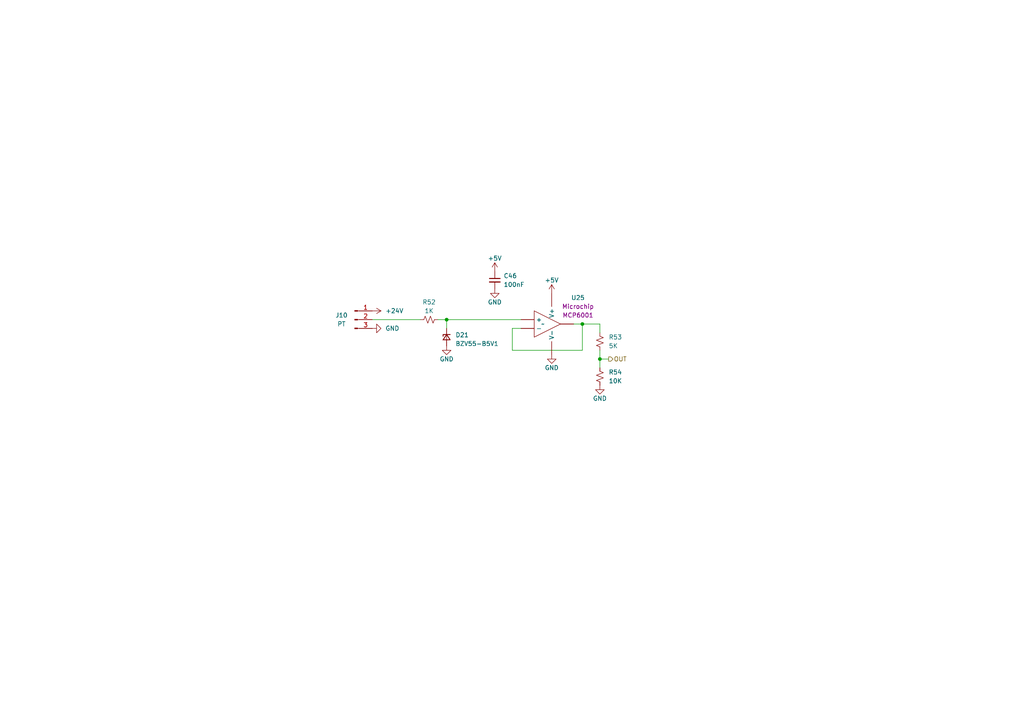
<source format=kicad_sch>
(kicad_sch (version 20230121) (generator eeschema)
  (paper "A4")
  (lib_symbols
    (symbol "Connector:Conn_01x03_Pin" (pin_names (offset 1.016) hide)
      (property "Reference" "J" (at 0 5.08 0))
      (property "Value" "Conn_01x03_Pin" (at 0 -5.08 0))
      (symbol "Conn_01x03_Pin_1_1"
        (polyline (pts (xy 1.27 -2.54) (xy 0.8636 -2.54)) (stroke (width 0.1524)))
        (polyline (pts (xy 1.27 0) (xy 0.8636 0)) (stroke (width 0.1524)))
        (polyline (pts (xy 1.27 2.54) (xy 0.8636 2.54)) (stroke (width 0.1524)))
        (rectangle (start 0.8636 -2.413) (end 0 -2.667) (stroke (width 0.1524)) (fill (type outline)))
        (rectangle (start 0.8636 0.127) (end 0 -0.127) (stroke (width 0.1524)) (fill (type outline)))
        (rectangle (start 0.8636 2.667) (end 0 2.413) (stroke (width 0.1524)) (fill (type outline)))
        (pin passive line (at 5.08 2.54 180) (length 3.81) (name "Pin_1") (number "1"))
        (pin passive line (at 5.08 0 180) (length 3.81) (name "Pin_2") (number "2"))
        (pin passive line (at 5.08 -2.54 180) (length 3.81) (name "Pin_3") (number "3"))
      )
    )
    (symbol "Device:C_Small" (pin_numbers hide) (pin_names (offset 0.254) hide)
      (property "Reference" "C" (at 0.254 1.778 0))
      (property "Value" "C_Small" (at 0.254 -2.032 0))
      (symbol "C_Small_0_1"
        (polyline (pts (xy -1.524 -0.508) (xy 1.524 -0.508)) (stroke (width 0.3302)))
        (polyline (pts (xy -1.524 0.508) (xy 1.524 0.508)) (stroke (width 0.3048)))
      )
      (symbol "C_Small_1_1"
        (pin passive line (at 0 2.54 270) (length 2.032) (name "~") (number "1"))
        (pin passive line (at 0 -2.54 90) (length 2.032) (name "~") (number "2"))
      )
    )
    (symbol "Device:R_Small_US" (pin_numbers hide) (pin_names (offset 0.254) hide)
      (property "Reference" "R" (at 0.762 0.508 0))
      (property "Value" "R_Small_US" (at 0.762 -1.016 0))
      (symbol "R_Small_US_1_1"
        (polyline (pts (xy 0 0) (xy 1.016 -0.381) (xy 0 -0.762) (xy -1.016 -1.143) (xy 0 -1.524)))
        (polyline (pts (xy 0 1.524) (xy 1.016 1.143) (xy 0 0.762) (xy -1.016 0.381) (xy 0 0)))
        (pin passive line (at 0 2.54 270) (length 1.016) (name "~") (number "1"))
        (pin passive line (at 0 -2.54 90) (length 1.016) (name "~") (number "2"))
      )
    )
    (symbol "UCIRP-KiCAD-Lib:D_Zener_Small" (pin_numbers hide) (pin_names (offset 0.254) hide)
      (property "Reference" "D" (at 0 2.286 0))
      (property "Value" "D_Zener_Small" (at 0 -2.286 0))
      (symbol "D_Zener_Small_0_1"
        (polyline (pts (xy 0.762 0) (xy -0.762 0)))
        (polyline (pts (xy -0.254 1.016) (xy -0.762 1.016) (xy -0.762 -1.016)) (stroke (width 0.254)))
        (polyline (pts (xy 0.762 1.016) (xy -0.762 0) (xy 0.762 -1.016) (xy 0.762 1.016)) (stroke (width 0.254)))
      )
      (symbol "D_Zener_Small_1_1"
        (pin passive line (at -2.54 0 0) (length 1.778) (name "K") (number "1"))
        (pin passive line (at 2.54 0 180) (length 1.778) (name "A") (number "2"))
      )
    )
    (symbol "UCIRP-KiCAD-Lib:MCP6001" (pin_numbers hide)
      (property "Reference" "U" (at 0 5.08 0))
      (property "Value" "~" (at 0 0 0))
      (property "Manufacturer" "Microchip" (at 0 0 0))
      (property "Part #" "MCP6001" (at 0 0 0))
      (symbol "MCP6001_0_1"
        (polyline (pts (xy -2.54 3.81) (xy -2.54 -3.81) (xy 5.08 0) (xy -2.54 3.81)) (stroke (width 0.1524)))
      )
      (symbol "MCP6001_1_1"
        (pin output line (at 8.89 0 180) (length 3.81) (name "") (number "1"))
        (pin power_in line (at 2.54 -8.89 90) (length 3.81) (name "V-") (number "2"))
        (pin input line (at -6.35 1.27 0) (length 3.81) (name "+") (number "3"))
        (pin input line (at -6.35 -1.27 0) (length 3.81) (name "-") (number "4"))
        (pin power_in line (at 2.54 8.89 270) (length 3.81) (name "V+") (number "5"))
      )
    )
    (symbol "power:+24V" (power) (pin_names (offset 0))
      (property "Value" "+24V" (at 0 3.556 0))
      (symbol "+24V_0_1"
        (polyline (pts (xy -0.762 1.27) (xy 0 2.54)))
        (polyline (pts (xy 0 0) (xy 0 2.54)))
        (polyline (pts (xy 0 2.54) (xy 0.762 1.27)))
      )
      (symbol "+24V_1_1"
        (pin power_in line (at 0 0 90) (length 0) hide (name "+24V") (number "1"))
      )
    )
    (symbol "power:+5V" (power) (pin_names (offset 0))
      (property "Value" "+5V" (at 0 3.556 0))
      (symbol "+5V_0_1"
        (polyline (pts (xy -0.762 1.27) (xy 0 2.54)))
        (polyline (pts (xy 0 0) (xy 0 2.54)))
        (polyline (pts (xy 0 2.54) (xy 0.762 1.27)))
      )
      (symbol "+5V_1_1"
        (pin power_in line (at 0 0 90) (length 0) hide (name "+5V") (number "1"))
      )
    )
    (symbol "power:GND" (power) (pin_names (offset 0))
      (property "Value" "GND" (at 0 -3.81 0))
      (symbol "GND_0_1"
        (polyline (pts (xy 0 0) (xy 0 -1.27) (xy 1.27 -1.27) (xy 0 -2.54) (xy -1.27 -1.27) (xy 0 -1.27)))
      )
      (symbol "GND_1_1"
        (pin power_in line (at 0 0 270) (length 0) hide (name "GND") (number "1"))
      )
    )
  )
  (junction (at 168.91 93.98))
  (junction (at 173.99 104.14))
  (junction (at 129.54 92.71))
  (wire (pts (xy 168.91 101.6) (xy 168.91 93.98)))
  (wire (pts (xy 148.59 101.6) (xy 168.91 101.6)))
  (wire (pts (xy 107.95 92.71) (xy 121.92 92.71)))
  (wire (pts (xy 173.99 93.98) (xy 173.99 96.52)))
  (wire (pts (xy 173.99 104.14) (xy 173.99 106.68)))
  (wire (pts (xy 168.91 93.98) (xy 166.37 93.98)))
  (wire (pts (xy 151.13 95.25) (xy 148.59 95.25)))
  (wire (pts (xy 173.99 104.14) (xy 176.53 104.14)))
  (wire (pts (xy 148.59 95.25) (xy 148.59 101.6)))
  (wire (pts (xy 168.91 93.98) (xy 173.99 93.98)))
  (wire (pts (xy 173.99 101.6) (xy 173.99 104.14)))
  (wire (pts (xy 129.54 92.71) (xy 129.54 95.25)))
  (wire (pts (xy 129.54 92.71) (xy 151.13 92.71)))
  (wire (pts (xy 127 92.71) (xy 129.54 92.71)))
  (hierarchical_label "OUT" (shape output) (at 176.53 104.14 0))
  (symbol (lib_id "power:+24V") (at 107.95 90.17 270) (unit 1)
    (property "Reference" "#PWR0115" (effects hide))
    (property "Value" "+24V" (at 111.76 90.17 90) (effects (justify left)))
    (instances (project "rocket2-ecu" (path "" (reference "#PWR0115") (unit 1)) (path "" (reference "#PWR0185") (unit 1)) (path "" (reference "#PWR0193") (unit 1))) (project "rocket2-gse" (path "" (reference "#PWR0118") (unit 1)) (path "" (reference "#PWR0128") (unit 1)) (path "" (reference "#PWR0138") (unit 1)) (path "" (reference "#PWR0148") (unit 1)) (path "" (reference "#PWR078") (unit 1)) (path "" (reference "#PWR0108") (unit 1)) (path "" (reference "#PWR0175") (unit 1)) (path "" (reference "#PWR0183") (unit 1)) (path "" (reference "#PWR0191") (unit 1)) (path "" (reference "#PWR0199") (unit 1)) (path "" (reference "#PWR088") (unit 1)) (path "" (reference "#PWR0158") (unit 1)) (path "" (reference "#PWR098") (unit 1)) (path "" (reference "#PWR0167") (unit 1))))
  )
  (symbol (lib_id "UCIRP-KiCAD-Lib:D_Zener_Small") (at 129.54 97.79 90) (mirror x) (unit 1)
    (property "Reference" "D21" (at 132.08 97.155 90) (effects (justify right)))
    (property "Value" "BZV55-B5V1" (at 132.08 99.695 90) (effects (justify right)))
    (property "Footprint" "Diode_SMD:D_MiniMELF" (effects hide))
    (property "Datasheet" "https://assets.nexperia.com/documents/data-sheet/BZV55_SER.pdf" (effects hide))
    (property "Manufacturer" "Nexperia" (effects hide))
    (property "Part #" "BZV55-B5V1" (effects hide))
    (instances (project "rocket2-ecu" (path "" (reference "D21") (unit 1)) (path "" (reference "D35") (unit 1)) (path "" (reference "D36") (unit 1))) (project "ECU_2.0_Proto1" (path "" (reference "D?") (unit 1))) (project "rocket2-gse" (path "" (reference "D32") (unit 1)) (path "" (reference "D28") (unit 1)) (path "" (reference "D31") (unit 1)) (path "" (reference "D30") (unit 1)) (path "" (reference "D29") (unit 1))) (project "PT_reading" (path "" (reference "D?") (unit 1))) (project "rocket2-gse" (path "" (reference "D?") (unit 1))) (project "ECU_1.0_Final" (path "" (reference "D?") (unit 1))) (project "rocket2-gse-hardware" (path "" (reference "D33") (unit 1)) (path "" (reference "D32") (unit 1)) (path "" (reference "D36") (unit 1)) (path "" (reference "D35") (unit 1)) (path "" (reference "D34") (unit 1))))
  )
  (symbol (lib_id "Connector:Conn_01x03_Pin") (at 102.87 92.71 0) (unit 1)
    (property "Reference" "J10" (at 99.06 91.44 0))
    (property "Value" "PT" (at 99.06 93.98 0))
    (property "Footprint" "TerminalBlock:TerminalBlock_bornier-3_P5.08mm" (effects hide))
    (instances (project "rocket2-ecu" (path "" (reference "J10") (unit 1)) (path "" (reference "J15") (unit 1)) (path "" (reference "J16") (unit 1))) (project "rocket2-gse" (path "" (reference "J13") (unit 1)) (path "" (reference "J14") (unit 1)) (path "" (reference "J15") (unit 1)) (path "" (reference "J16") (unit 1)) (path "" (reference "J9") (unit 1)) (path "" (reference "J12") (unit 1)) (path "" (reference "J19") (unit 1)) (path "" (reference "J20") (unit 1)) (path "" (reference "J21") (unit 1)) (path "" (reference "J22") (unit 1)) (path "" (reference "J10") (unit 1)) (path "" (reference "J17") (unit 1)) (path "" (reference "J11") (unit 1)) (path "" (reference "J18") (unit 1))))
  )
  (symbol (lib_id "power:+5V") (at 160.02 85.09 0) (unit 1)
    (property "Reference" "#PWR0120" (effects hide))
    (property "Value" "+5V" (at 160.02 81.28 0))
    (instances (project "rocket2-ecu" (path "" (reference "#PWR0120") (unit 1)) (path "" (reference "#PWR0190") (unit 1)) (path "" (reference "#PWR0198") (unit 1))) (project "rocket2-gse" (path "" (reference "#PWR042") (unit 1)) (path "" (reference "#PWR0188") (unit 1)) (path "" (reference "#PWR0170") (unit 1)) (path "" (reference "#PWR0196") (unit 1)) (path "" (reference "#PWR0180") (unit 1)) (path "" (reference "#PWR0204") (unit 1))))
  )
  (symbol (lib_id "Device:R_Small_US") (at 124.46 92.71 90) (unit 1)
    (property "Reference" "R52" (at 124.46 87.63 90))
    (property "Value" "1K" (at 124.46 90.17 90))
    (property "Footprint" "Resistor_SMD:R_0402_1005Metric" (effects hide))
    (property "Manufacturer" "Generic" (effects hide))
    (property "Part #" "Generic 1K 1% 0402 Resistor" (effects hide))
    (instances (project "rocket2-ecu" (path "" (reference "R52") (unit 1)) (path "" (reference "R78") (unit 1)) (path "" (reference "R81") (unit 1))) (project "rocket2-gse" (path "" (reference "R50") (unit 1)) (path "" (reference "R54") (unit 1)) (path "" (reference "R58") (unit 1)) (path "" (reference "R62") (unit 1)) (path "" (reference "R34") (unit 1)) (path "" (reference "R46") (unit 1)) (path "" (reference "R70") (unit 1)) (path "" (reference "R73") (unit 1)) (path "" (reference "R76") (unit 1)) (path "" (reference "R79") (unit 1)) (path "" (reference "R38") (unit 1)) (path "" (reference "R66") (unit 1)) (path "" (reference "R42") (unit 1)) (path "" (reference "R67") (unit 1))))
  )
  (symbol (lib_id "Device:R_Small_US") (at 173.99 109.22 180) (unit 1)
    (property "Reference" "R54" (at 176.53 107.95 0) (effects (justify right)))
    (property "Value" "10K" (at 176.53 110.49 0) (effects (justify right)))
    (property "Footprint" "Resistor_SMD:R_0402_1005Metric" (effects hide))
    (property "Manufacturer" "Generic" (effects hide))
    (property "Part #" "Generic 10K 1% 0402 Resistor" (effects hide))
    (instances (project "rocket2-ecu" (path "" (reference "R54") (unit 1)) (path "" (reference "R80") (unit 1)) (path "" (reference "R83") (unit 1))) (project "rocket2-gse" (path "" (reference "R?") (unit 1)) (path "" (reference "R72") (unit 1)) (path "" (reference "R81") (unit 1)) (path "" (reference "R9") (unit 1)) (path "" (reference "R75") (unit 1)) (path "" (reference "R69") (unit 1)) (path "" (reference "R78") (unit 1))))
  )
  (symbol (lib_id "power:GND") (at 129.54 100.33 0) (unit 1)
    (property "Reference" "#PWR0117" (effects hide))
    (property "Value" "GND" (at 129.54 104.14 0))
    (instances (project "rocket2-ecu" (path "" (reference "#PWR0117") (unit 1)) (path "" (reference "#PWR0187") (unit 1)) (path "" (reference "#PWR0195") (unit 1))) (project "rocket2-gse" (path "" (reference "#PWR057") (unit 1)) (path "" (reference "#PWR0185") (unit 1)) (path "" (reference "#PWR0169") (unit 1)) (path "" (reference "#PWR0193") (unit 1)) (path "" (reference "#PWR0177") (unit 1)) (path "" (reference "#PWR0201") (unit 1))))
  )
  (symbol (lib_id "power:GND") (at 107.95 95.25 90) (unit 1)
    (property "Reference" "#PWR0116" (effects hide))
    (property "Value" "GND" (at 111.76 95.25 90) (effects (justify right)))
    (instances (project "rocket2-ecu" (path "" (reference "#PWR0116") (unit 1)) (path "" (reference "#PWR0186") (unit 1)) (path "" (reference "#PWR0194") (unit 1))) (project "rocket2-gse" (path "" (reference "#PWR0119") (unit 1)) (path "" (reference "#PWR0129") (unit 1)) (path "" (reference "#PWR0139") (unit 1)) (path "" (reference "#PWR0149") (unit 1)) (path "" (reference "#PWR079") (unit 1)) (path "" (reference "#PWR0109") (unit 1)) (path "" (reference "#PWR0176") (unit 1)) (path "" (reference "#PWR0184") (unit 1)) (path "" (reference "#PWR0192") (unit 1)) (path "" (reference "#PWR0200") (unit 1)) (path "" (reference "#PWR089") (unit 1)) (path "" (reference "#PWR0159") (unit 1)) (path "" (reference "#PWR099") (unit 1)) (path "" (reference "#PWR0168") (unit 1))))
  )
  (symbol (lib_id "power:+5V") (at 143.51 78.74 0) (unit 1)
    (property "Reference" "#PWR0118" (effects hide))
    (property "Value" "+5V" (at 143.51 74.93 0))
    (instances (project "rocket2-ecu" (path "" (reference "#PWR0118") (unit 1)) (path "" (reference "#PWR0188") (unit 1)) (path "" (reference "#PWR0196") (unit 1))) (project "rocket2-gse" (path "" (reference "#PWR042") (unit 1)) (path "" (reference "#PWR0186") (unit 1)) (path "" (reference "#PWR0172") (unit 1)) (path "" (reference "#PWR0194") (unit 1)) (path "" (reference "#PWR0178") (unit 1)) (path "" (reference "#PWR0202") (unit 1))))
  )
  (symbol (lib_id "power:GND") (at 173.99 111.76 0) (unit 1)
    (property "Reference" "#PWR0122" (effects hide))
    (property "Value" "GND" (at 173.99 115.57 0))
    (instances (project "rocket2-ecu" (path "" (reference "#PWR0122") (unit 1)) (path "" (reference "#PWR0192") (unit 1)) (path "" (reference "#PWR0200") (unit 1))) (project "rocket2-gse" (path "" (reference "#PWR039") (unit 1)) (path "" (reference "#PWR0190") (unit 1)) (path "" (reference "#PWR0174") (unit 1)) (path "" (reference "#PWR0198") (unit 1)) (path "" (reference "#PWR0182") (unit 1)) (path "" (reference "#PWR0206") (unit 1))))
  )
  (symbol (lib_id "Device:C_Small") (at 143.51 81.28 0) (unit 1)
    (property "Reference" "C46" (at 146.05 80.01 0) (effects (justify left)))
    (property "Value" "100nF" (at 146.05 82.55 0) (effects (justify left)))
    (property "Footprint" "Capacitor_SMD:C_0402_1005Metric" (effects hide))
    (property "Manufacturer" "Generic" (effects hide))
    (property "Part #" "Generic 100nF 6.3V X7R 0402 MLCC" (effects hide))
    (instances (project "rocket2-ecu" (path "" (reference "C46") (unit 1)) (path "" (reference "C57") (unit 1)) (path "" (reference "C58") (unit 1))) (project "rocket2-gse" (path "" (reference "C21") (unit 1)) (path "" (reference "C22") (unit 1)) (path "" (reference "C23") (unit 1)) (path "" (reference "C24") (unit 1)) (path "" (reference "C6") (unit 1)) (path "" (reference "C20") (unit 1)) (path "" (reference "C27") (unit 1)) (path "" (reference "C28") (unit 1)) (path "" (reference "C29") (unit 1)) (path "" (reference "C30") (unit 1)) (path "" (reference "C31") (unit 1)) (path "" (reference "C18") (unit 1)) (path "" (reference "C25") (unit 1)) (path "" (reference "C19") (unit 1)) (path "" (reference "C26") (unit 1))))
  )
  (symbol (lib_id "power:GND") (at 143.51 83.82 0) (unit 1)
    (property "Reference" "#PWR0119" (effects hide))
    (property "Value" "GND" (at 143.51 87.63 0))
    (instances (project "rocket2-ecu" (path "" (reference "#PWR0119") (unit 1)) (path "" (reference "#PWR0189") (unit 1)) (path "" (reference "#PWR0197") (unit 1))) (project "rocket2-gse" (path "" (reference "#PWR0114") (unit 1)) (path "" (reference "#PWR0124") (unit 1)) (path "" (reference "#PWR0134") (unit 1)) (path "" (reference "#PWR0144") (unit 1)) (path "" (reference "#PWR014") (unit 1)) (path "" (reference "#PWR0104") (unit 1)) (path "" (reference "#PWR0171") (unit 1)) (path "" (reference "#PWR0179") (unit 1)) (path "" (reference "#PWR0187") (unit 1)) (path "" (reference "#PWR0195") (unit 1)) (path "" (reference "#PWR0203") (unit 1)) (path "" (reference "#PWR086") (unit 1)) (path "" (reference "#PWR0154") (unit 1)) (path "" (reference "#PWR094") (unit 1)) (path "" (reference "#PWR0164") (unit 1))))
  )
  (symbol (lib_id "Device:R_Small_US") (at 173.99 99.06 180) (unit 1)
    (property "Reference" "R53" (at 176.53 97.79 0) (effects (justify right)))
    (property "Value" "5K" (at 176.53 100.33 0) (effects (justify right)))
    (property "Footprint" "Resistor_SMD:R_0402_1005Metric" (effects hide))
    (property "Manufacturer" "Generic" (effects hide))
    (property "Part #" "Generic 5K 1% 0402 Resistor" (effects hide))
    (instances (project "rocket2-ecu" (path "" (reference "R53") (unit 1)) (path "" (reference "R79") (unit 1)) (path "" (reference "R82") (unit 1))) (project "rocket2-gse" (path "" (reference "R?") (unit 1)) (path "" (reference "R71") (unit 1)) (path "" (reference "R80") (unit 1)) (path "" (reference "R8") (unit 1)) (path "" (reference "R74") (unit 1)) (path "" (reference "R68") (unit 1)) (path "" (reference "R77") (unit 1))))
  )
  (symbol (lib_id "UCIRP-KiCAD-Lib:MCP6001") (at 157.48 93.98 0) (unit 1)
    (property "Reference" "U25" (at 167.64 86.36 0))
    (property "Value" "~" (at 157.48 93.98 0))
    (property "Footprint" "Package_TO_SOT_SMD:SOT-23-5" (effects hide))
    (property "Datasheet" "https://ww1.microchip.com/downloads/en/DeviceDoc/MCP6001-1R-1U-2-4-1-MHz-Low-Power-Op-Amp-DS20001733L.pdf" (effects hide))
    (property "Manufacturer" "Microchip" (at 167.64 88.9 0))
    (property "Part #" "MCP6001" (at 167.64 91.44 0))
    (instances (project "rocket2-ecu" (path "" (reference "U25") (unit 1)) (path "" (reference "U35") (unit 1)) (path "" (reference "U36") (unit 1))) (project "rocket2-gse" (path "" (reference "U9") (unit 1)) (path "" (reference "U10") (unit 1)) (path "" (reference "U11") (unit 1)) (path "" (reference "U12") (unit 1)) (path "" (reference "U5") (unit 1)) (path "" (reference "U8") (unit 1)) (path "" (reference "U15") (unit 1)) (path "" (reference "U16") (unit 1)) (path "" (reference "U17") (unit 1)) (path "" (reference "U18") (unit 1)) (path "" (reference "U6") (unit 1)) (path "" (reference "U13") (unit 1)) (path "" (reference "U7") (unit 1)) (path "" (reference "U14") (unit 1))))
  )
  (symbol (lib_id "power:GND") (at 160.02 102.87 0) (unit 1)
    (property "Reference" "#PWR0121" (effects hide))
    (property "Value" "GND" (at 160.02 106.68 0))
    (instances (project "rocket2-ecu" (path "" (reference "#PWR0121") (unit 1)) (path "" (reference "#PWR0191") (unit 1)) (path "" (reference "#PWR0199") (unit 1))) (project "rocket2-gse" (path "" (reference "#PWR0126") (unit 1)) (path "" (reference "#PWR0136") (unit 1)) (path "" (reference "#PWR0146") (unit 1)) (path "" (reference "#PWR0156") (unit 1)) (path "" (reference "#PWR084") (unit 1)) (path "" (reference "#PWR0116") (unit 1)) (path "" (reference "#PWR0181") (unit 1)) (path "" (reference "#PWR0189") (unit 1)) (path "" (reference "#PWR0197") (unit 1)) (path "" (reference "#PWR0205") (unit 1)) (path "" (reference "#PWR096") (unit 1)) (path "" (reference "#PWR0166") (unit 1)) (path "" (reference "#PWR0106") (unit 1)) (path "" (reference "#PWR0173") (unit 1))))
  )
)
</source>
